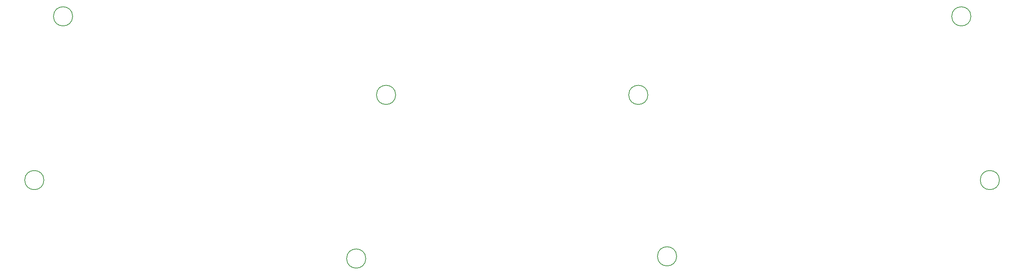
<source format=gbr>
%TF.GenerationSoftware,KiCad,Pcbnew,8.0.7*%
%TF.CreationDate,2025-02-04T22:32:58+01:00*%
%TF.ProjectId,011_rev2,3031315f-7265-4763-922e-6b696361645f,rev?*%
%TF.SameCoordinates,Original*%
%TF.FileFunction,Other,Comment*%
%FSLAX46Y46*%
G04 Gerber Fmt 4.6, Leading zero omitted, Abs format (unit mm)*
G04 Created by KiCad (PCBNEW 8.0.7) date 2025-02-04 22:32:58*
%MOMM*%
%LPD*%
G01*
G04 APERTURE LIST*
%ADD10C,0.150000*%
G04 APERTURE END LIST*
D10*
%TO.C,H2*%
X59283274Y-95766726D02*
G75*
G02*
X54883274Y-95766726I-2200000J0D01*
G01*
X54883274Y-95766726D02*
G75*
G02*
X59283274Y-95766726I2200000J0D01*
G01*
%TO.C,H5*%
X197963651Y-76197972D02*
G75*
G02*
X193563651Y-76197972I-2200000J0D01*
G01*
X193563651Y-76197972D02*
G75*
G02*
X197963651Y-76197972I2200000J0D01*
G01*
%TO.C,H1*%
X65883650Y-58163971D02*
G75*
G02*
X61483650Y-58163971I-2200000J0D01*
G01*
X61483650Y-58163971D02*
G75*
G02*
X65883650Y-58163971I2200000J0D01*
G01*
%TO.C,H3*%
X140051650Y-76197971D02*
G75*
G02*
X135651650Y-76197971I-2200000J0D01*
G01*
X135651650Y-76197971D02*
G75*
G02*
X140051650Y-76197971I2200000J0D01*
G01*
%TO.C,H7*%
X272131650Y-58166726D02*
G75*
G02*
X267731650Y-58166726I-2200000J0D01*
G01*
X267731650Y-58166726D02*
G75*
G02*
X272131650Y-58166726I2200000J0D01*
G01*
%TO.C,H8*%
X278683274Y-95766726D02*
G75*
G02*
X274283274Y-95766726I-2200000J0D01*
G01*
X274283274Y-95766726D02*
G75*
G02*
X278683274Y-95766726I2200000J0D01*
G01*
%TO.C,H4*%
X133193650Y-113789973D02*
G75*
G02*
X128793650Y-113789973I-2200000J0D01*
G01*
X128793650Y-113789973D02*
G75*
G02*
X133193650Y-113789973I2200000J0D01*
G01*
%TO.C,H6*%
X204567650Y-113281972D02*
G75*
G02*
X200167650Y-113281972I-2200000J0D01*
G01*
X200167650Y-113281972D02*
G75*
G02*
X204567650Y-113281972I2200000J0D01*
G01*
%TD*%
M02*

</source>
